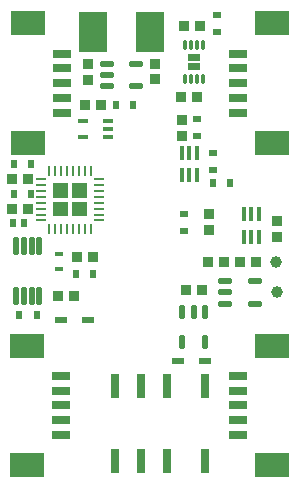
<source format=gtp>
G04*
G04 #@! TF.GenerationSoftware,Altium Limited,Altium Designer,21.8.1 (53)*
G04*
G04 Layer_Color=8421504*
%FSLAX25Y25*%
%MOIN*%
G70*
G04*
G04 #@! TF.SameCoordinates,3953C7C4-12BB-4AEB-9917-3EAA161B92D5*
G04*
G04*
G04 #@! TF.FilePolarity,Positive*
G04*
G01*
G75*
%ADD17R,0.03937X0.02165*%
G04:AMPARAMS|DCode=18|XSize=47.64mil|YSize=23.23mil|CornerRadius=5.81mil|HoleSize=0mil|Usage=FLASHONLY|Rotation=270.000|XOffset=0mil|YOffset=0mil|HoleType=Round|Shape=RoundedRectangle|*
%AMROUNDEDRECTD18*
21,1,0.04764,0.01161,0,0,270.0*
21,1,0.03602,0.02323,0,0,270.0*
1,1,0.01161,-0.00581,-0.01801*
1,1,0.01161,-0.00581,0.01801*
1,1,0.01161,0.00581,0.01801*
1,1,0.01161,0.00581,-0.01801*
%
%ADD18ROUNDEDRECTD18*%
%ADD19R,0.03150X0.08465*%
%ADD20R,0.03347X0.03347*%
G04:AMPARAMS|DCode=21|XSize=33.86mil|YSize=9.84mil|CornerRadius=2.66mil|HoleSize=0mil|Usage=FLASHONLY|Rotation=270.000|XOffset=0mil|YOffset=0mil|HoleType=Round|Shape=RoundedRectangle|*
%AMROUNDEDRECTD21*
21,1,0.03386,0.00453,0,0,270.0*
21,1,0.02854,0.00984,0,0,270.0*
1,1,0.00532,-0.00226,-0.01427*
1,1,0.00532,-0.00226,0.01427*
1,1,0.00532,0.00226,0.01427*
1,1,0.00532,0.00226,-0.01427*
%
%ADD21ROUNDEDRECTD21*%
G04:AMPARAMS|DCode=22|XSize=33.86mil|YSize=9.84mil|CornerRadius=2.66mil|HoleSize=0mil|Usage=FLASHONLY|Rotation=180.000|XOffset=0mil|YOffset=0mil|HoleType=Round|Shape=RoundedRectangle|*
%AMROUNDEDRECTD22*
21,1,0.03386,0.00453,0,0,180.0*
21,1,0.02854,0.00984,0,0,180.0*
1,1,0.00532,-0.01427,0.00226*
1,1,0.00532,0.01427,0.00226*
1,1,0.00532,0.01427,-0.00226*
1,1,0.00532,-0.01427,-0.00226*
%
%ADD22ROUNDEDRECTD22*%
%ADD23R,0.03347X0.03347*%
G04:AMPARAMS|DCode=24|XSize=46.85mil|YSize=15.75mil|CornerRadius=1.97mil|HoleSize=0mil|Usage=FLASHONLY|Rotation=90.000|XOffset=0mil|YOffset=0mil|HoleType=Round|Shape=RoundedRectangle|*
%AMROUNDEDRECTD24*
21,1,0.04685,0.01181,0,0,90.0*
21,1,0.04291,0.01575,0,0,90.0*
1,1,0.00394,0.00591,0.02146*
1,1,0.00394,0.00591,-0.02146*
1,1,0.00394,-0.00591,-0.02146*
1,1,0.00394,-0.00591,0.02146*
%
%ADD24ROUNDEDRECTD24*%
G04:AMPARAMS|DCode=25|XSize=47.64mil|YSize=23.23mil|CornerRadius=5.81mil|HoleSize=0mil|Usage=FLASHONLY|Rotation=0.000|XOffset=0mil|YOffset=0mil|HoleType=Round|Shape=RoundedRectangle|*
%AMROUNDEDRECTD25*
21,1,0.04764,0.01161,0,0,0.0*
21,1,0.03602,0.02323,0,0,0.0*
1,1,0.01161,0.01801,-0.00581*
1,1,0.01161,-0.01801,-0.00581*
1,1,0.01161,-0.01801,0.00581*
1,1,0.01161,0.01801,0.00581*
%
%ADD25ROUNDEDRECTD25*%
%ADD26R,0.03150X0.02165*%
%ADD27R,0.02165X0.03150*%
%ADD28R,0.09331X0.13268*%
G04:AMPARAMS|DCode=29|XSize=57.87mil|YSize=18.9mil|CornerRadius=2.36mil|HoleSize=0mil|Usage=FLASHONLY|Rotation=270.000|XOffset=0mil|YOffset=0mil|HoleType=Round|Shape=RoundedRectangle|*
%AMROUNDEDRECTD29*
21,1,0.05787,0.01417,0,0,270.0*
21,1,0.05315,0.01890,0,0,270.0*
1,1,0.00472,-0.00709,-0.02657*
1,1,0.00472,-0.00709,0.02657*
1,1,0.00472,0.00709,0.02657*
1,1,0.00472,0.00709,-0.02657*
%
%ADD29ROUNDEDRECTD29*%
%ADD30R,0.06299X0.03150*%
%ADD31R,0.11811X0.08268*%
G04:AMPARAMS|DCode=32|XSize=33.07mil|YSize=10.63mil|CornerRadius=2.66mil|HoleSize=0mil|Usage=FLASHONLY|Rotation=270.000|XOffset=0mil|YOffset=0mil|HoleType=Round|Shape=RoundedRectangle|*
%AMROUNDEDRECTD32*
21,1,0.03307,0.00532,0,0,270.0*
21,1,0.02776,0.01063,0,0,270.0*
1,1,0.00532,-0.00266,-0.01388*
1,1,0.00532,-0.00266,0.01388*
1,1,0.00532,0.00266,0.01388*
1,1,0.00532,0.00266,-0.01388*
%
%ADD32ROUNDEDRECTD32*%
%ADD33R,0.03347X0.01378*%
%ADD34C,0.03937*%
%ADD35R,0.02402X0.02520*%
%ADD36R,0.02800X0.01750*%
G36*
X66101Y139812D02*
X62243D01*
Y142135D01*
X66101D01*
Y139812D01*
D02*
G37*
G36*
Y136899D02*
X62243D01*
Y139221D01*
X66101D01*
Y136899D01*
D02*
G37*
G36*
X22126Y94214D02*
X17234D01*
Y99094D01*
X22126D01*
Y94214D01*
D02*
G37*
G36*
X28346Y94213D02*
X23465D01*
Y99094D01*
X28346D01*
Y94213D01*
D02*
G37*
G36*
X22126Y87983D02*
X17235D01*
Y92874D01*
X22126D01*
Y87983D01*
D02*
G37*
G36*
X28346Y87982D02*
X23466D01*
Y92874D01*
X28346D01*
Y87982D01*
D02*
G37*
D17*
X19842Y53504D02*
D03*
X28898D02*
D03*
X58740Y39961D02*
D03*
X67795D02*
D03*
D18*
X67698Y56063D02*
D03*
X63958D02*
D03*
X60217D02*
D03*
Y46181D02*
D03*
X67698D02*
D03*
D19*
X67677Y31398D02*
D03*
X55079D02*
D03*
X46417D02*
D03*
X37756D02*
D03*
Y6398D02*
D03*
X46417D02*
D03*
X55079D02*
D03*
X67677D02*
D03*
D20*
X66811Y63543D02*
D03*
X61496D02*
D03*
X79428Y72816D02*
D03*
X84743D02*
D03*
X68759Y72822D02*
D03*
X74074D02*
D03*
X65156Y127671D02*
D03*
X59841D02*
D03*
X65965Y151496D02*
D03*
X60650D02*
D03*
X30315Y74370D02*
D03*
X25000D02*
D03*
X33002Y125205D02*
D03*
X27687D02*
D03*
X3492Y100499D02*
D03*
X8807D02*
D03*
X23996Y61339D02*
D03*
X18681D02*
D03*
X3487Y90369D02*
D03*
X8802D02*
D03*
D21*
X15905Y103130D02*
D03*
X17874D02*
D03*
X19842D02*
D03*
X21811D02*
D03*
X23779D02*
D03*
X25748D02*
D03*
X27716D02*
D03*
X29685D02*
D03*
Y83957D02*
D03*
X27716D02*
D03*
X25748D02*
D03*
X23779D02*
D03*
X21811D02*
D03*
X19842D02*
D03*
X17874D02*
D03*
X15905D02*
D03*
D22*
X32382Y100433D02*
D03*
Y98465D02*
D03*
Y96496D02*
D03*
Y94528D02*
D03*
Y92559D02*
D03*
Y90591D02*
D03*
Y88622D02*
D03*
Y86654D02*
D03*
X13209D02*
D03*
Y88622D02*
D03*
Y90591D02*
D03*
Y92559D02*
D03*
Y94528D02*
D03*
Y96496D02*
D03*
Y98465D02*
D03*
Y100433D02*
D03*
D23*
X91767Y86496D02*
D03*
Y81181D02*
D03*
X69016Y88740D02*
D03*
Y83425D02*
D03*
X60038Y114882D02*
D03*
Y120197D02*
D03*
X28828Y138884D02*
D03*
Y133569D02*
D03*
X50967Y133642D02*
D03*
Y138956D02*
D03*
D24*
X85748Y81181D02*
D03*
X83189D02*
D03*
X80630D02*
D03*
Y88740D02*
D03*
X83189D02*
D03*
X85748D02*
D03*
X60038Y101670D02*
D03*
X62597D02*
D03*
X65156D02*
D03*
X62597Y109229D02*
D03*
X60038D02*
D03*
X65156D02*
D03*
D25*
X84496Y66399D02*
D03*
Y58918D02*
D03*
X74614D02*
D03*
Y62658D02*
D03*
Y66399D02*
D03*
X44855Y138884D02*
D03*
Y131404D02*
D03*
X34973D02*
D03*
Y135144D02*
D03*
Y138884D02*
D03*
D26*
X60827Y83031D02*
D03*
Y88740D02*
D03*
X70316Y103499D02*
D03*
Y109208D02*
D03*
X65156Y114882D02*
D03*
Y120591D02*
D03*
X71627Y149392D02*
D03*
Y155101D02*
D03*
D27*
X70369Y99092D02*
D03*
X76078D02*
D03*
X5919Y55273D02*
D03*
X11628D02*
D03*
X43803Y125143D02*
D03*
X24646Y68898D02*
D03*
X30354D02*
D03*
X3957Y95445D02*
D03*
X9666D02*
D03*
X4021Y105408D02*
D03*
X9730D02*
D03*
X38094Y125143D02*
D03*
D28*
X49350Y149409D02*
D03*
X30413D02*
D03*
D29*
X12520Y78268D02*
D03*
X9961D02*
D03*
X7402D02*
D03*
X4843D02*
D03*
Y61339D02*
D03*
X7402D02*
D03*
X9961D02*
D03*
X12520D02*
D03*
D30*
X78701Y122598D02*
D03*
Y127520D02*
D03*
Y132441D02*
D03*
Y137362D02*
D03*
Y142283D02*
D03*
X20118Y142283D02*
D03*
Y137362D02*
D03*
Y132441D02*
D03*
Y127520D02*
D03*
Y122598D02*
D03*
X78701Y34882D02*
D03*
Y29961D02*
D03*
Y25039D02*
D03*
Y20118D02*
D03*
Y15197D02*
D03*
X19842D02*
D03*
Y20118D02*
D03*
Y25039D02*
D03*
Y29961D02*
D03*
Y34882D02*
D03*
D31*
X90118Y152323D02*
D03*
Y112559D02*
D03*
X8701Y112559D02*
D03*
Y152323D02*
D03*
X90118Y5158D02*
D03*
Y44921D02*
D03*
X8425D02*
D03*
Y5158D02*
D03*
D32*
X67125Y133867D02*
D03*
X65156D02*
D03*
X63188D02*
D03*
X61219D02*
D03*
Y145166D02*
D03*
X63188D02*
D03*
X65156D02*
D03*
X67125D02*
D03*
D33*
X35315Y114567D02*
D03*
Y117126D02*
D03*
Y119685D02*
D03*
X27047D02*
D03*
Y114567D02*
D03*
D34*
X91424Y72816D02*
D03*
X91654Y62953D02*
D03*
D35*
X3702Y85656D02*
D03*
X7442D02*
D03*
D36*
X19107Y75392D02*
D03*
Y70442D02*
D03*
M02*

</source>
